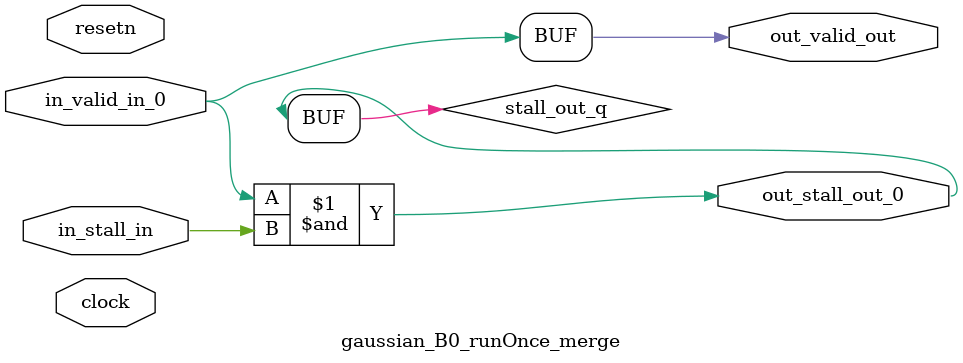
<source format=sv>



(* altera_attribute = "-name AUTO_SHIFT_REGISTER_RECOGNITION OFF; -name MESSAGE_DISABLE 10036; -name MESSAGE_DISABLE 10037; -name MESSAGE_DISABLE 14130; -name MESSAGE_DISABLE 14320; -name MESSAGE_DISABLE 15400; -name MESSAGE_DISABLE 14130; -name MESSAGE_DISABLE 10036; -name MESSAGE_DISABLE 12020; -name MESSAGE_DISABLE 12030; -name MESSAGE_DISABLE 12010; -name MESSAGE_DISABLE 12110; -name MESSAGE_DISABLE 14320; -name MESSAGE_DISABLE 13410; -name MESSAGE_DISABLE 113007; -name MESSAGE_DISABLE 10958" *)
module gaussian_B0_runOnce_merge (
    input wire [0:0] in_stall_in,
    input wire [0:0] in_valid_in_0,
    output wire [0:0] out_stall_out_0,
    output wire [0:0] out_valid_out,
    input wire clock,
    input wire resetn
    );

    wire [0:0] stall_out_q;
    reg [0:0] rst_sync_rst_sclrn;


    // stall_out(LOGICAL,6)
    assign stall_out_q = in_valid_in_0 & in_stall_in;

    // out_stall_out_0(GPOUT,4)
    assign out_stall_out_0 = stall_out_q;

    // out_valid_out(GPOUT,5)
    assign out_valid_out = in_valid_in_0;

    // rst_sync(RESETSYNC,7)
    acl_reset_handler #(
        .ASYNC_RESET(0),
        .USE_SYNCHRONIZER(1),
        .PULSE_EXTENSION(0),
        .PIPE_DEPTH(3),
        .DUPLICATE(1)
    ) therst_sync (
        .clk(clock),
        .i_resetn(resetn),
        .o_sclrn(rst_sync_rst_sclrn)
    );

endmodule

</source>
